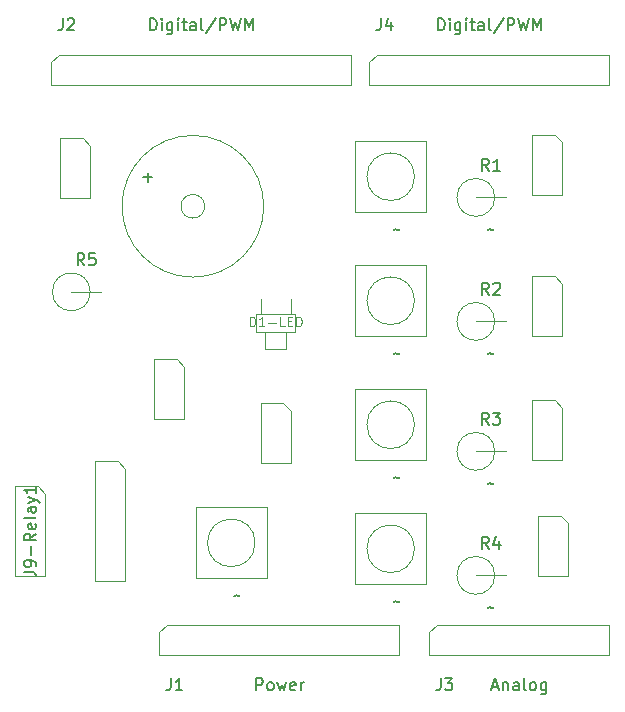
<source format=gbr>
%TF.GenerationSoftware,KiCad,Pcbnew,8.0.8-8.0.8-0~ubuntu24.10.1*%
%TF.CreationDate,2025-03-15T17:44:09-07:00*%
%TF.ProjectId,sailingRegattaTimer,7361696c-696e-4675-9265-676174746154,rev?*%
%TF.SameCoordinates,Original*%
%TF.FileFunction,AssemblyDrawing,Top*%
%FSLAX46Y46*%
G04 Gerber Fmt 4.6, Leading zero omitted, Abs format (unit mm)*
G04 Created by KiCad (PCBNEW 8.0.8-8.0.8-0~ubuntu24.10.1) date 2025-03-15 17:44:09*
%MOMM*%
%LPD*%
G01*
G04 APERTURE LIST*
%ADD10C,0.120000*%
%ADD11C,0.150000*%
%ADD12C,0.100000*%
G04 APERTURE END LIST*
D10*
X134328571Y-70898855D02*
X134328571Y-70098855D01*
X134328571Y-70098855D02*
X134519047Y-70098855D01*
X134519047Y-70098855D02*
X134633333Y-70136950D01*
X134633333Y-70136950D02*
X134709523Y-70213140D01*
X134709523Y-70213140D02*
X134747618Y-70289331D01*
X134747618Y-70289331D02*
X134785714Y-70441712D01*
X134785714Y-70441712D02*
X134785714Y-70555998D01*
X134785714Y-70555998D02*
X134747618Y-70708379D01*
X134747618Y-70708379D02*
X134709523Y-70784569D01*
X134709523Y-70784569D02*
X134633333Y-70860760D01*
X134633333Y-70860760D02*
X134519047Y-70898855D01*
X134519047Y-70898855D02*
X134328571Y-70898855D01*
X135547618Y-70898855D02*
X135090475Y-70898855D01*
X135319047Y-70898855D02*
X135319047Y-70098855D01*
X135319047Y-70098855D02*
X135242856Y-70213140D01*
X135242856Y-70213140D02*
X135166666Y-70289331D01*
X135166666Y-70289331D02*
X135090475Y-70327426D01*
X135890476Y-70594093D02*
X136500000Y-70594093D01*
X137261904Y-70898855D02*
X136880952Y-70898855D01*
X136880952Y-70898855D02*
X136880952Y-70098855D01*
X137528571Y-70479807D02*
X137795237Y-70479807D01*
X137909523Y-70898855D02*
X137528571Y-70898855D01*
X137528571Y-70898855D02*
X137528571Y-70098855D01*
X137528571Y-70098855D02*
X137909523Y-70098855D01*
X138252381Y-70898855D02*
X138252381Y-70098855D01*
X138252381Y-70098855D02*
X138442857Y-70098855D01*
X138442857Y-70098855D02*
X138557143Y-70136950D01*
X138557143Y-70136950D02*
X138633333Y-70213140D01*
X138633333Y-70213140D02*
X138671428Y-70289331D01*
X138671428Y-70289331D02*
X138709524Y-70441712D01*
X138709524Y-70441712D02*
X138709524Y-70555998D01*
X138709524Y-70555998D02*
X138671428Y-70708379D01*
X138671428Y-70708379D02*
X138633333Y-70784569D01*
X138633333Y-70784569D02*
X138557143Y-70860760D01*
X138557143Y-70860760D02*
X138442857Y-70898855D01*
X138442857Y-70898855D02*
X138252381Y-70898855D01*
D11*
X134853809Y-101724819D02*
X134853809Y-100724819D01*
X134853809Y-100724819D02*
X135234761Y-100724819D01*
X135234761Y-100724819D02*
X135329999Y-100772438D01*
X135329999Y-100772438D02*
X135377618Y-100820057D01*
X135377618Y-100820057D02*
X135425237Y-100915295D01*
X135425237Y-100915295D02*
X135425237Y-101058152D01*
X135425237Y-101058152D02*
X135377618Y-101153390D01*
X135377618Y-101153390D02*
X135329999Y-101201009D01*
X135329999Y-101201009D02*
X135234761Y-101248628D01*
X135234761Y-101248628D02*
X134853809Y-101248628D01*
X135996666Y-101724819D02*
X135901428Y-101677200D01*
X135901428Y-101677200D02*
X135853809Y-101629580D01*
X135853809Y-101629580D02*
X135806190Y-101534342D01*
X135806190Y-101534342D02*
X135806190Y-101248628D01*
X135806190Y-101248628D02*
X135853809Y-101153390D01*
X135853809Y-101153390D02*
X135901428Y-101105771D01*
X135901428Y-101105771D02*
X135996666Y-101058152D01*
X135996666Y-101058152D02*
X136139523Y-101058152D01*
X136139523Y-101058152D02*
X136234761Y-101105771D01*
X136234761Y-101105771D02*
X136282380Y-101153390D01*
X136282380Y-101153390D02*
X136329999Y-101248628D01*
X136329999Y-101248628D02*
X136329999Y-101534342D01*
X136329999Y-101534342D02*
X136282380Y-101629580D01*
X136282380Y-101629580D02*
X136234761Y-101677200D01*
X136234761Y-101677200D02*
X136139523Y-101724819D01*
X136139523Y-101724819D02*
X135996666Y-101724819D01*
X136663333Y-101058152D02*
X136853809Y-101724819D01*
X136853809Y-101724819D02*
X137044285Y-101248628D01*
X137044285Y-101248628D02*
X137234761Y-101724819D01*
X137234761Y-101724819D02*
X137425237Y-101058152D01*
X138187142Y-101677200D02*
X138091904Y-101724819D01*
X138091904Y-101724819D02*
X137901428Y-101724819D01*
X137901428Y-101724819D02*
X137806190Y-101677200D01*
X137806190Y-101677200D02*
X137758571Y-101581961D01*
X137758571Y-101581961D02*
X137758571Y-101201009D01*
X137758571Y-101201009D02*
X137806190Y-101105771D01*
X137806190Y-101105771D02*
X137901428Y-101058152D01*
X137901428Y-101058152D02*
X138091904Y-101058152D01*
X138091904Y-101058152D02*
X138187142Y-101105771D01*
X138187142Y-101105771D02*
X138234761Y-101201009D01*
X138234761Y-101201009D02*
X138234761Y-101296247D01*
X138234761Y-101296247D02*
X137758571Y-101391485D01*
X138663333Y-101724819D02*
X138663333Y-101058152D01*
X138663333Y-101248628D02*
X138710952Y-101153390D01*
X138710952Y-101153390D02*
X138758571Y-101105771D01*
X138758571Y-101105771D02*
X138853809Y-101058152D01*
X138853809Y-101058152D02*
X138949047Y-101058152D01*
X127606666Y-100724819D02*
X127606666Y-101439104D01*
X127606666Y-101439104D02*
X127559047Y-101581961D01*
X127559047Y-101581961D02*
X127463809Y-101677200D01*
X127463809Y-101677200D02*
X127320952Y-101724819D01*
X127320952Y-101724819D02*
X127225714Y-101724819D01*
X128606666Y-101724819D02*
X128035238Y-101724819D01*
X128320952Y-101724819D02*
X128320952Y-100724819D01*
X128320952Y-100724819D02*
X128225714Y-100867676D01*
X128225714Y-100867676D02*
X128130476Y-100962914D01*
X128130476Y-100962914D02*
X128035238Y-101010533D01*
X154840476Y-101439104D02*
X155316666Y-101439104D01*
X154745238Y-101724819D02*
X155078571Y-100724819D01*
X155078571Y-100724819D02*
X155411904Y-101724819D01*
X155745238Y-101058152D02*
X155745238Y-101724819D01*
X155745238Y-101153390D02*
X155792857Y-101105771D01*
X155792857Y-101105771D02*
X155888095Y-101058152D01*
X155888095Y-101058152D02*
X156030952Y-101058152D01*
X156030952Y-101058152D02*
X156126190Y-101105771D01*
X156126190Y-101105771D02*
X156173809Y-101201009D01*
X156173809Y-101201009D02*
X156173809Y-101724819D01*
X157078571Y-101724819D02*
X157078571Y-101201009D01*
X157078571Y-101201009D02*
X157030952Y-101105771D01*
X157030952Y-101105771D02*
X156935714Y-101058152D01*
X156935714Y-101058152D02*
X156745238Y-101058152D01*
X156745238Y-101058152D02*
X156650000Y-101105771D01*
X157078571Y-101677200D02*
X156983333Y-101724819D01*
X156983333Y-101724819D02*
X156745238Y-101724819D01*
X156745238Y-101724819D02*
X156650000Y-101677200D01*
X156650000Y-101677200D02*
X156602381Y-101581961D01*
X156602381Y-101581961D02*
X156602381Y-101486723D01*
X156602381Y-101486723D02*
X156650000Y-101391485D01*
X156650000Y-101391485D02*
X156745238Y-101343866D01*
X156745238Y-101343866D02*
X156983333Y-101343866D01*
X156983333Y-101343866D02*
X157078571Y-101296247D01*
X157697619Y-101724819D02*
X157602381Y-101677200D01*
X157602381Y-101677200D02*
X157554762Y-101581961D01*
X157554762Y-101581961D02*
X157554762Y-100724819D01*
X158221429Y-101724819D02*
X158126191Y-101677200D01*
X158126191Y-101677200D02*
X158078572Y-101629580D01*
X158078572Y-101629580D02*
X158030953Y-101534342D01*
X158030953Y-101534342D02*
X158030953Y-101248628D01*
X158030953Y-101248628D02*
X158078572Y-101153390D01*
X158078572Y-101153390D02*
X158126191Y-101105771D01*
X158126191Y-101105771D02*
X158221429Y-101058152D01*
X158221429Y-101058152D02*
X158364286Y-101058152D01*
X158364286Y-101058152D02*
X158459524Y-101105771D01*
X158459524Y-101105771D02*
X158507143Y-101153390D01*
X158507143Y-101153390D02*
X158554762Y-101248628D01*
X158554762Y-101248628D02*
X158554762Y-101534342D01*
X158554762Y-101534342D02*
X158507143Y-101629580D01*
X158507143Y-101629580D02*
X158459524Y-101677200D01*
X158459524Y-101677200D02*
X158364286Y-101724819D01*
X158364286Y-101724819D02*
X158221429Y-101724819D01*
X159411905Y-101058152D02*
X159411905Y-101867676D01*
X159411905Y-101867676D02*
X159364286Y-101962914D01*
X159364286Y-101962914D02*
X159316667Y-102010533D01*
X159316667Y-102010533D02*
X159221429Y-102058152D01*
X159221429Y-102058152D02*
X159078572Y-102058152D01*
X159078572Y-102058152D02*
X158983334Y-102010533D01*
X159411905Y-101677200D02*
X159316667Y-101724819D01*
X159316667Y-101724819D02*
X159126191Y-101724819D01*
X159126191Y-101724819D02*
X159030953Y-101677200D01*
X159030953Y-101677200D02*
X158983334Y-101629580D01*
X158983334Y-101629580D02*
X158935715Y-101534342D01*
X158935715Y-101534342D02*
X158935715Y-101248628D01*
X158935715Y-101248628D02*
X158983334Y-101153390D01*
X158983334Y-101153390D02*
X159030953Y-101105771D01*
X159030953Y-101105771D02*
X159126191Y-101058152D01*
X159126191Y-101058152D02*
X159316667Y-101058152D01*
X159316667Y-101058152D02*
X159411905Y-101105771D01*
X150466666Y-100724819D02*
X150466666Y-101439104D01*
X150466666Y-101439104D02*
X150419047Y-101581961D01*
X150419047Y-101581961D02*
X150323809Y-101677200D01*
X150323809Y-101677200D02*
X150180952Y-101724819D01*
X150180952Y-101724819D02*
X150085714Y-101724819D01*
X150847619Y-100724819D02*
X151466666Y-100724819D01*
X151466666Y-100724819D02*
X151133333Y-101105771D01*
X151133333Y-101105771D02*
X151276190Y-101105771D01*
X151276190Y-101105771D02*
X151371428Y-101153390D01*
X151371428Y-101153390D02*
X151419047Y-101201009D01*
X151419047Y-101201009D02*
X151466666Y-101296247D01*
X151466666Y-101296247D02*
X151466666Y-101534342D01*
X151466666Y-101534342D02*
X151419047Y-101629580D01*
X151419047Y-101629580D02*
X151371428Y-101677200D01*
X151371428Y-101677200D02*
X151276190Y-101724819D01*
X151276190Y-101724819D02*
X150990476Y-101724819D01*
X150990476Y-101724819D02*
X150895238Y-101677200D01*
X150895238Y-101677200D02*
X150847619Y-101629580D01*
X125868857Y-45844819D02*
X125868857Y-44844819D01*
X125868857Y-44844819D02*
X126106952Y-44844819D01*
X126106952Y-44844819D02*
X126249809Y-44892438D01*
X126249809Y-44892438D02*
X126345047Y-44987676D01*
X126345047Y-44987676D02*
X126392666Y-45082914D01*
X126392666Y-45082914D02*
X126440285Y-45273390D01*
X126440285Y-45273390D02*
X126440285Y-45416247D01*
X126440285Y-45416247D02*
X126392666Y-45606723D01*
X126392666Y-45606723D02*
X126345047Y-45701961D01*
X126345047Y-45701961D02*
X126249809Y-45797200D01*
X126249809Y-45797200D02*
X126106952Y-45844819D01*
X126106952Y-45844819D02*
X125868857Y-45844819D01*
X126868857Y-45844819D02*
X126868857Y-45178152D01*
X126868857Y-44844819D02*
X126821238Y-44892438D01*
X126821238Y-44892438D02*
X126868857Y-44940057D01*
X126868857Y-44940057D02*
X126916476Y-44892438D01*
X126916476Y-44892438D02*
X126868857Y-44844819D01*
X126868857Y-44844819D02*
X126868857Y-44940057D01*
X127773618Y-45178152D02*
X127773618Y-45987676D01*
X127773618Y-45987676D02*
X127725999Y-46082914D01*
X127725999Y-46082914D02*
X127678380Y-46130533D01*
X127678380Y-46130533D02*
X127583142Y-46178152D01*
X127583142Y-46178152D02*
X127440285Y-46178152D01*
X127440285Y-46178152D02*
X127345047Y-46130533D01*
X127773618Y-45797200D02*
X127678380Y-45844819D01*
X127678380Y-45844819D02*
X127487904Y-45844819D01*
X127487904Y-45844819D02*
X127392666Y-45797200D01*
X127392666Y-45797200D02*
X127345047Y-45749580D01*
X127345047Y-45749580D02*
X127297428Y-45654342D01*
X127297428Y-45654342D02*
X127297428Y-45368628D01*
X127297428Y-45368628D02*
X127345047Y-45273390D01*
X127345047Y-45273390D02*
X127392666Y-45225771D01*
X127392666Y-45225771D02*
X127487904Y-45178152D01*
X127487904Y-45178152D02*
X127678380Y-45178152D01*
X127678380Y-45178152D02*
X127773618Y-45225771D01*
X128249809Y-45844819D02*
X128249809Y-45178152D01*
X128249809Y-44844819D02*
X128202190Y-44892438D01*
X128202190Y-44892438D02*
X128249809Y-44940057D01*
X128249809Y-44940057D02*
X128297428Y-44892438D01*
X128297428Y-44892438D02*
X128249809Y-44844819D01*
X128249809Y-44844819D02*
X128249809Y-44940057D01*
X128583142Y-45178152D02*
X128964094Y-45178152D01*
X128725999Y-44844819D02*
X128725999Y-45701961D01*
X128725999Y-45701961D02*
X128773618Y-45797200D01*
X128773618Y-45797200D02*
X128868856Y-45844819D01*
X128868856Y-45844819D02*
X128964094Y-45844819D01*
X129725999Y-45844819D02*
X129725999Y-45321009D01*
X129725999Y-45321009D02*
X129678380Y-45225771D01*
X129678380Y-45225771D02*
X129583142Y-45178152D01*
X129583142Y-45178152D02*
X129392666Y-45178152D01*
X129392666Y-45178152D02*
X129297428Y-45225771D01*
X129725999Y-45797200D02*
X129630761Y-45844819D01*
X129630761Y-45844819D02*
X129392666Y-45844819D01*
X129392666Y-45844819D02*
X129297428Y-45797200D01*
X129297428Y-45797200D02*
X129249809Y-45701961D01*
X129249809Y-45701961D02*
X129249809Y-45606723D01*
X129249809Y-45606723D02*
X129297428Y-45511485D01*
X129297428Y-45511485D02*
X129392666Y-45463866D01*
X129392666Y-45463866D02*
X129630761Y-45463866D01*
X129630761Y-45463866D02*
X129725999Y-45416247D01*
X130345047Y-45844819D02*
X130249809Y-45797200D01*
X130249809Y-45797200D02*
X130202190Y-45701961D01*
X130202190Y-45701961D02*
X130202190Y-44844819D01*
X131440285Y-44797200D02*
X130583143Y-46082914D01*
X131773619Y-45844819D02*
X131773619Y-44844819D01*
X131773619Y-44844819D02*
X132154571Y-44844819D01*
X132154571Y-44844819D02*
X132249809Y-44892438D01*
X132249809Y-44892438D02*
X132297428Y-44940057D01*
X132297428Y-44940057D02*
X132345047Y-45035295D01*
X132345047Y-45035295D02*
X132345047Y-45178152D01*
X132345047Y-45178152D02*
X132297428Y-45273390D01*
X132297428Y-45273390D02*
X132249809Y-45321009D01*
X132249809Y-45321009D02*
X132154571Y-45368628D01*
X132154571Y-45368628D02*
X131773619Y-45368628D01*
X132678381Y-44844819D02*
X132916476Y-45844819D01*
X132916476Y-45844819D02*
X133106952Y-45130533D01*
X133106952Y-45130533D02*
X133297428Y-45844819D01*
X133297428Y-45844819D02*
X133535524Y-44844819D01*
X133916476Y-45844819D02*
X133916476Y-44844819D01*
X133916476Y-44844819D02*
X134249809Y-45559104D01*
X134249809Y-45559104D02*
X134583142Y-44844819D01*
X134583142Y-44844819D02*
X134583142Y-45844819D01*
X118462666Y-44844819D02*
X118462666Y-45559104D01*
X118462666Y-45559104D02*
X118415047Y-45701961D01*
X118415047Y-45701961D02*
X118319809Y-45797200D01*
X118319809Y-45797200D02*
X118176952Y-45844819D01*
X118176952Y-45844819D02*
X118081714Y-45844819D01*
X118891238Y-44940057D02*
X118938857Y-44892438D01*
X118938857Y-44892438D02*
X119034095Y-44844819D01*
X119034095Y-44844819D02*
X119272190Y-44844819D01*
X119272190Y-44844819D02*
X119367428Y-44892438D01*
X119367428Y-44892438D02*
X119415047Y-44940057D01*
X119415047Y-44940057D02*
X119462666Y-45035295D01*
X119462666Y-45035295D02*
X119462666Y-45130533D01*
X119462666Y-45130533D02*
X119415047Y-45273390D01*
X119415047Y-45273390D02*
X118843619Y-45844819D01*
X118843619Y-45844819D02*
X119462666Y-45844819D01*
X150252857Y-45844819D02*
X150252857Y-44844819D01*
X150252857Y-44844819D02*
X150490952Y-44844819D01*
X150490952Y-44844819D02*
X150633809Y-44892438D01*
X150633809Y-44892438D02*
X150729047Y-44987676D01*
X150729047Y-44987676D02*
X150776666Y-45082914D01*
X150776666Y-45082914D02*
X150824285Y-45273390D01*
X150824285Y-45273390D02*
X150824285Y-45416247D01*
X150824285Y-45416247D02*
X150776666Y-45606723D01*
X150776666Y-45606723D02*
X150729047Y-45701961D01*
X150729047Y-45701961D02*
X150633809Y-45797200D01*
X150633809Y-45797200D02*
X150490952Y-45844819D01*
X150490952Y-45844819D02*
X150252857Y-45844819D01*
X151252857Y-45844819D02*
X151252857Y-45178152D01*
X151252857Y-44844819D02*
X151205238Y-44892438D01*
X151205238Y-44892438D02*
X151252857Y-44940057D01*
X151252857Y-44940057D02*
X151300476Y-44892438D01*
X151300476Y-44892438D02*
X151252857Y-44844819D01*
X151252857Y-44844819D02*
X151252857Y-44940057D01*
X152157618Y-45178152D02*
X152157618Y-45987676D01*
X152157618Y-45987676D02*
X152109999Y-46082914D01*
X152109999Y-46082914D02*
X152062380Y-46130533D01*
X152062380Y-46130533D02*
X151967142Y-46178152D01*
X151967142Y-46178152D02*
X151824285Y-46178152D01*
X151824285Y-46178152D02*
X151729047Y-46130533D01*
X152157618Y-45797200D02*
X152062380Y-45844819D01*
X152062380Y-45844819D02*
X151871904Y-45844819D01*
X151871904Y-45844819D02*
X151776666Y-45797200D01*
X151776666Y-45797200D02*
X151729047Y-45749580D01*
X151729047Y-45749580D02*
X151681428Y-45654342D01*
X151681428Y-45654342D02*
X151681428Y-45368628D01*
X151681428Y-45368628D02*
X151729047Y-45273390D01*
X151729047Y-45273390D02*
X151776666Y-45225771D01*
X151776666Y-45225771D02*
X151871904Y-45178152D01*
X151871904Y-45178152D02*
X152062380Y-45178152D01*
X152062380Y-45178152D02*
X152157618Y-45225771D01*
X152633809Y-45844819D02*
X152633809Y-45178152D01*
X152633809Y-44844819D02*
X152586190Y-44892438D01*
X152586190Y-44892438D02*
X152633809Y-44940057D01*
X152633809Y-44940057D02*
X152681428Y-44892438D01*
X152681428Y-44892438D02*
X152633809Y-44844819D01*
X152633809Y-44844819D02*
X152633809Y-44940057D01*
X152967142Y-45178152D02*
X153348094Y-45178152D01*
X153109999Y-44844819D02*
X153109999Y-45701961D01*
X153109999Y-45701961D02*
X153157618Y-45797200D01*
X153157618Y-45797200D02*
X153252856Y-45844819D01*
X153252856Y-45844819D02*
X153348094Y-45844819D01*
X154109999Y-45844819D02*
X154109999Y-45321009D01*
X154109999Y-45321009D02*
X154062380Y-45225771D01*
X154062380Y-45225771D02*
X153967142Y-45178152D01*
X153967142Y-45178152D02*
X153776666Y-45178152D01*
X153776666Y-45178152D02*
X153681428Y-45225771D01*
X154109999Y-45797200D02*
X154014761Y-45844819D01*
X154014761Y-45844819D02*
X153776666Y-45844819D01*
X153776666Y-45844819D02*
X153681428Y-45797200D01*
X153681428Y-45797200D02*
X153633809Y-45701961D01*
X153633809Y-45701961D02*
X153633809Y-45606723D01*
X153633809Y-45606723D02*
X153681428Y-45511485D01*
X153681428Y-45511485D02*
X153776666Y-45463866D01*
X153776666Y-45463866D02*
X154014761Y-45463866D01*
X154014761Y-45463866D02*
X154109999Y-45416247D01*
X154729047Y-45844819D02*
X154633809Y-45797200D01*
X154633809Y-45797200D02*
X154586190Y-45701961D01*
X154586190Y-45701961D02*
X154586190Y-44844819D01*
X155824285Y-44797200D02*
X154967143Y-46082914D01*
X156157619Y-45844819D02*
X156157619Y-44844819D01*
X156157619Y-44844819D02*
X156538571Y-44844819D01*
X156538571Y-44844819D02*
X156633809Y-44892438D01*
X156633809Y-44892438D02*
X156681428Y-44940057D01*
X156681428Y-44940057D02*
X156729047Y-45035295D01*
X156729047Y-45035295D02*
X156729047Y-45178152D01*
X156729047Y-45178152D02*
X156681428Y-45273390D01*
X156681428Y-45273390D02*
X156633809Y-45321009D01*
X156633809Y-45321009D02*
X156538571Y-45368628D01*
X156538571Y-45368628D02*
X156157619Y-45368628D01*
X157062381Y-44844819D02*
X157300476Y-45844819D01*
X157300476Y-45844819D02*
X157490952Y-45130533D01*
X157490952Y-45130533D02*
X157681428Y-45844819D01*
X157681428Y-45844819D02*
X157919524Y-44844819D01*
X158300476Y-45844819D02*
X158300476Y-44844819D01*
X158300476Y-44844819D02*
X158633809Y-45559104D01*
X158633809Y-45559104D02*
X158967142Y-44844819D01*
X158967142Y-44844819D02*
X158967142Y-45844819D01*
X145386666Y-44844819D02*
X145386666Y-45559104D01*
X145386666Y-45559104D02*
X145339047Y-45701961D01*
X145339047Y-45701961D02*
X145243809Y-45797200D01*
X145243809Y-45797200D02*
X145100952Y-45844819D01*
X145100952Y-45844819D02*
X145005714Y-45844819D01*
X146291428Y-45178152D02*
X146291428Y-45844819D01*
X146053333Y-44797200D02*
X145815238Y-45511485D01*
X145815238Y-45511485D02*
X146434285Y-45511485D01*
X125309048Y-58283866D02*
X126070953Y-58283866D01*
X125690000Y-58664819D02*
X125690000Y-57902914D01*
X132988095Y-93773866D02*
X133035714Y-93726247D01*
X133035714Y-93726247D02*
X133130952Y-93678628D01*
X133130952Y-93678628D02*
X133321428Y-93773866D01*
X133321428Y-93773866D02*
X133416666Y-93726247D01*
X133416666Y-93726247D02*
X133464285Y-93678628D01*
X146488095Y-83773866D02*
X146535714Y-83726247D01*
X146535714Y-83726247D02*
X146630952Y-83678628D01*
X146630952Y-83678628D02*
X146821428Y-83773866D01*
X146821428Y-83773866D02*
X146916666Y-83726247D01*
X146916666Y-83726247D02*
X146964285Y-83678628D01*
X146488095Y-73273866D02*
X146535714Y-73226247D01*
X146535714Y-73226247D02*
X146630952Y-73178628D01*
X146630952Y-73178628D02*
X146821428Y-73273866D01*
X146821428Y-73273866D02*
X146916666Y-73226247D01*
X146916666Y-73226247D02*
X146964285Y-73178628D01*
X146488095Y-62773866D02*
X146535714Y-62726247D01*
X146535714Y-62726247D02*
X146630952Y-62678628D01*
X146630952Y-62678628D02*
X146821428Y-62773866D01*
X146821428Y-62773866D02*
X146916666Y-62726247D01*
X146916666Y-62726247D02*
X146964285Y-62678628D01*
X146488095Y-94273866D02*
X146535714Y-94226247D01*
X146535714Y-94226247D02*
X146630952Y-94178628D01*
X146630952Y-94178628D02*
X146821428Y-94273866D01*
X146821428Y-94273866D02*
X146916666Y-94226247D01*
X146916666Y-94226247D02*
X146964285Y-94178628D01*
X120313333Y-65734819D02*
X119980000Y-65258628D01*
X119741905Y-65734819D02*
X119741905Y-64734819D01*
X119741905Y-64734819D02*
X120122857Y-64734819D01*
X120122857Y-64734819D02*
X120218095Y-64782438D01*
X120218095Y-64782438D02*
X120265714Y-64830057D01*
X120265714Y-64830057D02*
X120313333Y-64925295D01*
X120313333Y-64925295D02*
X120313333Y-65068152D01*
X120313333Y-65068152D02*
X120265714Y-65163390D01*
X120265714Y-65163390D02*
X120218095Y-65211009D01*
X120218095Y-65211009D02*
X120122857Y-65258628D01*
X120122857Y-65258628D02*
X119741905Y-65258628D01*
X121218095Y-64734819D02*
X120741905Y-64734819D01*
X120741905Y-64734819D02*
X120694286Y-65211009D01*
X120694286Y-65211009D02*
X120741905Y-65163390D01*
X120741905Y-65163390D02*
X120837143Y-65115771D01*
X120837143Y-65115771D02*
X121075238Y-65115771D01*
X121075238Y-65115771D02*
X121170476Y-65163390D01*
X121170476Y-65163390D02*
X121218095Y-65211009D01*
X121218095Y-65211009D02*
X121265714Y-65306247D01*
X121265714Y-65306247D02*
X121265714Y-65544342D01*
X121265714Y-65544342D02*
X121218095Y-65639580D01*
X121218095Y-65639580D02*
X121170476Y-65687200D01*
X121170476Y-65687200D02*
X121075238Y-65734819D01*
X121075238Y-65734819D02*
X120837143Y-65734819D01*
X120837143Y-65734819D02*
X120741905Y-65687200D01*
X120741905Y-65687200D02*
X120694286Y-65639580D01*
X154463095Y-73293866D02*
X154510714Y-73246247D01*
X154510714Y-73246247D02*
X154605952Y-73198628D01*
X154605952Y-73198628D02*
X154796428Y-73293866D01*
X154796428Y-73293866D02*
X154891666Y-73246247D01*
X154891666Y-73246247D02*
X154939285Y-73198628D01*
X154558333Y-68234819D02*
X154225000Y-67758628D01*
X153986905Y-68234819D02*
X153986905Y-67234819D01*
X153986905Y-67234819D02*
X154367857Y-67234819D01*
X154367857Y-67234819D02*
X154463095Y-67282438D01*
X154463095Y-67282438D02*
X154510714Y-67330057D01*
X154510714Y-67330057D02*
X154558333Y-67425295D01*
X154558333Y-67425295D02*
X154558333Y-67568152D01*
X154558333Y-67568152D02*
X154510714Y-67663390D01*
X154510714Y-67663390D02*
X154463095Y-67711009D01*
X154463095Y-67711009D02*
X154367857Y-67758628D01*
X154367857Y-67758628D02*
X153986905Y-67758628D01*
X154939286Y-67330057D02*
X154986905Y-67282438D01*
X154986905Y-67282438D02*
X155082143Y-67234819D01*
X155082143Y-67234819D02*
X155320238Y-67234819D01*
X155320238Y-67234819D02*
X155415476Y-67282438D01*
X155415476Y-67282438D02*
X155463095Y-67330057D01*
X155463095Y-67330057D02*
X155510714Y-67425295D01*
X155510714Y-67425295D02*
X155510714Y-67520533D01*
X155510714Y-67520533D02*
X155463095Y-67663390D01*
X155463095Y-67663390D02*
X154891667Y-68234819D01*
X154891667Y-68234819D02*
X155510714Y-68234819D01*
X154463095Y-62793866D02*
X154510714Y-62746247D01*
X154510714Y-62746247D02*
X154605952Y-62698628D01*
X154605952Y-62698628D02*
X154796428Y-62793866D01*
X154796428Y-62793866D02*
X154891666Y-62746247D01*
X154891666Y-62746247D02*
X154939285Y-62698628D01*
X154558333Y-57734819D02*
X154225000Y-57258628D01*
X153986905Y-57734819D02*
X153986905Y-56734819D01*
X153986905Y-56734819D02*
X154367857Y-56734819D01*
X154367857Y-56734819D02*
X154463095Y-56782438D01*
X154463095Y-56782438D02*
X154510714Y-56830057D01*
X154510714Y-56830057D02*
X154558333Y-56925295D01*
X154558333Y-56925295D02*
X154558333Y-57068152D01*
X154558333Y-57068152D02*
X154510714Y-57163390D01*
X154510714Y-57163390D02*
X154463095Y-57211009D01*
X154463095Y-57211009D02*
X154367857Y-57258628D01*
X154367857Y-57258628D02*
X153986905Y-57258628D01*
X155510714Y-57734819D02*
X154939286Y-57734819D01*
X155225000Y-57734819D02*
X155225000Y-56734819D01*
X155225000Y-56734819D02*
X155129762Y-56877676D01*
X155129762Y-56877676D02*
X155034524Y-56972914D01*
X155034524Y-56972914D02*
X154939286Y-57020533D01*
X115204819Y-91702381D02*
X115919104Y-91702381D01*
X115919104Y-91702381D02*
X116061961Y-91750000D01*
X116061961Y-91750000D02*
X116157200Y-91845238D01*
X116157200Y-91845238D02*
X116204819Y-91988095D01*
X116204819Y-91988095D02*
X116204819Y-92083333D01*
X116204819Y-91178571D02*
X116204819Y-90988095D01*
X116204819Y-90988095D02*
X116157200Y-90892857D01*
X116157200Y-90892857D02*
X116109580Y-90845238D01*
X116109580Y-90845238D02*
X115966723Y-90750000D01*
X115966723Y-90750000D02*
X115776247Y-90702381D01*
X115776247Y-90702381D02*
X115395295Y-90702381D01*
X115395295Y-90702381D02*
X115300057Y-90750000D01*
X115300057Y-90750000D02*
X115252438Y-90797619D01*
X115252438Y-90797619D02*
X115204819Y-90892857D01*
X115204819Y-90892857D02*
X115204819Y-91083333D01*
X115204819Y-91083333D02*
X115252438Y-91178571D01*
X115252438Y-91178571D02*
X115300057Y-91226190D01*
X115300057Y-91226190D02*
X115395295Y-91273809D01*
X115395295Y-91273809D02*
X115633390Y-91273809D01*
X115633390Y-91273809D02*
X115728628Y-91226190D01*
X115728628Y-91226190D02*
X115776247Y-91178571D01*
X115776247Y-91178571D02*
X115823866Y-91083333D01*
X115823866Y-91083333D02*
X115823866Y-90892857D01*
X115823866Y-90892857D02*
X115776247Y-90797619D01*
X115776247Y-90797619D02*
X115728628Y-90750000D01*
X115728628Y-90750000D02*
X115633390Y-90702381D01*
X115823866Y-90273809D02*
X115823866Y-89511905D01*
X116204819Y-88464286D02*
X115728628Y-88797619D01*
X116204819Y-89035714D02*
X115204819Y-89035714D01*
X115204819Y-89035714D02*
X115204819Y-88654762D01*
X115204819Y-88654762D02*
X115252438Y-88559524D01*
X115252438Y-88559524D02*
X115300057Y-88511905D01*
X115300057Y-88511905D02*
X115395295Y-88464286D01*
X115395295Y-88464286D02*
X115538152Y-88464286D01*
X115538152Y-88464286D02*
X115633390Y-88511905D01*
X115633390Y-88511905D02*
X115681009Y-88559524D01*
X115681009Y-88559524D02*
X115728628Y-88654762D01*
X115728628Y-88654762D02*
X115728628Y-89035714D01*
X116157200Y-87654762D02*
X116204819Y-87750000D01*
X116204819Y-87750000D02*
X116204819Y-87940476D01*
X116204819Y-87940476D02*
X116157200Y-88035714D01*
X116157200Y-88035714D02*
X116061961Y-88083333D01*
X116061961Y-88083333D02*
X115681009Y-88083333D01*
X115681009Y-88083333D02*
X115585771Y-88035714D01*
X115585771Y-88035714D02*
X115538152Y-87940476D01*
X115538152Y-87940476D02*
X115538152Y-87750000D01*
X115538152Y-87750000D02*
X115585771Y-87654762D01*
X115585771Y-87654762D02*
X115681009Y-87607143D01*
X115681009Y-87607143D02*
X115776247Y-87607143D01*
X115776247Y-87607143D02*
X115871485Y-88083333D01*
X116204819Y-87035714D02*
X116157200Y-87130952D01*
X116157200Y-87130952D02*
X116061961Y-87178571D01*
X116061961Y-87178571D02*
X115204819Y-87178571D01*
X116204819Y-86226190D02*
X115681009Y-86226190D01*
X115681009Y-86226190D02*
X115585771Y-86273809D01*
X115585771Y-86273809D02*
X115538152Y-86369047D01*
X115538152Y-86369047D02*
X115538152Y-86559523D01*
X115538152Y-86559523D02*
X115585771Y-86654761D01*
X116157200Y-86226190D02*
X116204819Y-86321428D01*
X116204819Y-86321428D02*
X116204819Y-86559523D01*
X116204819Y-86559523D02*
X116157200Y-86654761D01*
X116157200Y-86654761D02*
X116061961Y-86702380D01*
X116061961Y-86702380D02*
X115966723Y-86702380D01*
X115966723Y-86702380D02*
X115871485Y-86654761D01*
X115871485Y-86654761D02*
X115823866Y-86559523D01*
X115823866Y-86559523D02*
X115823866Y-86321428D01*
X115823866Y-86321428D02*
X115776247Y-86226190D01*
X115538152Y-85845237D02*
X116204819Y-85607142D01*
X115538152Y-85369047D02*
X116204819Y-85607142D01*
X116204819Y-85607142D02*
X116442914Y-85702380D01*
X116442914Y-85702380D02*
X116490533Y-85749999D01*
X116490533Y-85749999D02*
X116538152Y-85845237D01*
X116204819Y-84464285D02*
X116204819Y-85035713D01*
X116204819Y-84749999D02*
X115204819Y-84749999D01*
X115204819Y-84749999D02*
X115347676Y-84845237D01*
X115347676Y-84845237D02*
X115442914Y-84940475D01*
X115442914Y-84940475D02*
X115490533Y-85035713D01*
X154463095Y-84293866D02*
X154510714Y-84246247D01*
X154510714Y-84246247D02*
X154605952Y-84198628D01*
X154605952Y-84198628D02*
X154796428Y-84293866D01*
X154796428Y-84293866D02*
X154891666Y-84246247D01*
X154891666Y-84246247D02*
X154939285Y-84198628D01*
X154558333Y-79234819D02*
X154225000Y-78758628D01*
X153986905Y-79234819D02*
X153986905Y-78234819D01*
X153986905Y-78234819D02*
X154367857Y-78234819D01*
X154367857Y-78234819D02*
X154463095Y-78282438D01*
X154463095Y-78282438D02*
X154510714Y-78330057D01*
X154510714Y-78330057D02*
X154558333Y-78425295D01*
X154558333Y-78425295D02*
X154558333Y-78568152D01*
X154558333Y-78568152D02*
X154510714Y-78663390D01*
X154510714Y-78663390D02*
X154463095Y-78711009D01*
X154463095Y-78711009D02*
X154367857Y-78758628D01*
X154367857Y-78758628D02*
X153986905Y-78758628D01*
X154891667Y-78234819D02*
X155510714Y-78234819D01*
X155510714Y-78234819D02*
X155177381Y-78615771D01*
X155177381Y-78615771D02*
X155320238Y-78615771D01*
X155320238Y-78615771D02*
X155415476Y-78663390D01*
X155415476Y-78663390D02*
X155463095Y-78711009D01*
X155463095Y-78711009D02*
X155510714Y-78806247D01*
X155510714Y-78806247D02*
X155510714Y-79044342D01*
X155510714Y-79044342D02*
X155463095Y-79139580D01*
X155463095Y-79139580D02*
X155415476Y-79187200D01*
X155415476Y-79187200D02*
X155320238Y-79234819D01*
X155320238Y-79234819D02*
X155034524Y-79234819D01*
X155034524Y-79234819D02*
X154939286Y-79187200D01*
X154939286Y-79187200D02*
X154891667Y-79139580D01*
X154463095Y-94793866D02*
X154510714Y-94746247D01*
X154510714Y-94746247D02*
X154605952Y-94698628D01*
X154605952Y-94698628D02*
X154796428Y-94793866D01*
X154796428Y-94793866D02*
X154891666Y-94746247D01*
X154891666Y-94746247D02*
X154939285Y-94698628D01*
X154558333Y-89734819D02*
X154225000Y-89258628D01*
X153986905Y-89734819D02*
X153986905Y-88734819D01*
X153986905Y-88734819D02*
X154367857Y-88734819D01*
X154367857Y-88734819D02*
X154463095Y-88782438D01*
X154463095Y-88782438D02*
X154510714Y-88830057D01*
X154510714Y-88830057D02*
X154558333Y-88925295D01*
X154558333Y-88925295D02*
X154558333Y-89068152D01*
X154558333Y-89068152D02*
X154510714Y-89163390D01*
X154510714Y-89163390D02*
X154463095Y-89211009D01*
X154463095Y-89211009D02*
X154367857Y-89258628D01*
X154367857Y-89258628D02*
X153986905Y-89258628D01*
X155415476Y-89068152D02*
X155415476Y-89734819D01*
X155177381Y-88687200D02*
X154939286Y-89401485D01*
X154939286Y-89401485D02*
X155558333Y-89401485D01*
D12*
%TO.C,D1-LED*%
X134850000Y-69835000D02*
X134850000Y-71435000D01*
X134850000Y-71435000D02*
X138150000Y-71435000D01*
X135230000Y-68565000D02*
X135230000Y-68565000D01*
X135230000Y-68565000D02*
X135230000Y-69835000D01*
X135230000Y-69835000D02*
X135230000Y-68565000D01*
X135230000Y-69835000D02*
X135230000Y-69835000D01*
X135600000Y-71435000D02*
X135600000Y-72835000D01*
X135600000Y-72835000D02*
X137400000Y-72835000D01*
X137400000Y-71435000D02*
X135600000Y-71435000D01*
X137400000Y-72835000D02*
X137400000Y-71435000D01*
X137770000Y-68565000D02*
X137770000Y-68565000D01*
X137770000Y-68565000D02*
X137770000Y-69835000D01*
X137770000Y-69835000D02*
X137770000Y-68565000D01*
X137770000Y-69835000D02*
X137770000Y-69835000D01*
X138150000Y-69835000D02*
X134850000Y-69835000D01*
X138150000Y-71435000D02*
X138150000Y-69835000D01*
%TO.C,J1*%
X126670000Y-96825000D02*
X127305000Y-96190000D01*
X126670000Y-98730000D02*
X126670000Y-96825000D01*
X127305000Y-96190000D02*
X146990000Y-96190000D01*
X146990000Y-96190000D02*
X146990000Y-98730000D01*
X146990000Y-98730000D02*
X126670000Y-98730000D01*
%TO.C,J3*%
X149530000Y-96825000D02*
X150165000Y-96190000D01*
X149530000Y-98730000D02*
X149530000Y-96825000D01*
X150165000Y-96190000D02*
X164770000Y-96190000D01*
X164770000Y-96190000D02*
X164770000Y-98730000D01*
X164770000Y-98730000D02*
X149530000Y-98730000D01*
%TO.C,J2*%
X117526000Y-48565000D02*
X118161000Y-47930000D01*
X117526000Y-50470000D02*
X117526000Y-48565000D01*
X118161000Y-47930000D02*
X142926000Y-47930000D01*
X142926000Y-47930000D02*
X142926000Y-50470000D01*
X142926000Y-50470000D02*
X117526000Y-50470000D01*
%TO.C,J4*%
X144450000Y-48565000D02*
X145085000Y-47930000D01*
X144450000Y-50470000D02*
X144450000Y-48565000D01*
X145085000Y-47930000D02*
X164770000Y-47930000D01*
X164770000Y-47930000D02*
X164770000Y-50470000D01*
X164770000Y-50470000D02*
X144450000Y-50470000D01*
%TO.C,J5-5v-LED1*%
X126230000Y-73690000D02*
X128135000Y-73690000D01*
X126230000Y-78770000D02*
X126230000Y-73690000D01*
X128135000Y-73690000D02*
X128770000Y-74325000D01*
X128770000Y-74325000D02*
X128770000Y-78770000D01*
X128770000Y-78770000D02*
X126230000Y-78770000D01*
%TO.C,BZ1*%
X130500000Y-60750000D02*
G75*
G02*
X128500000Y-60750000I-1000000J0D01*
G01*
X128500000Y-60750000D02*
G75*
G02*
X130500000Y-60750000I1000000J0D01*
G01*
X135500000Y-60750000D02*
G75*
G02*
X123500000Y-60750000I-6000000J0D01*
G01*
X123500000Y-60750000D02*
G75*
G02*
X135500000Y-60750000I6000000J0D01*
G01*
%TO.C,SW5-Reset1*%
X129750000Y-86250000D02*
X132750000Y-86250000D01*
X129750000Y-92250000D02*
X129750000Y-86250000D01*
X132750000Y-86250000D02*
X135750000Y-86250000D01*
X135750000Y-86250000D02*
X135750000Y-92250000D01*
X135750000Y-92250000D02*
X129750000Y-92250000D01*
X134765564Y-89250000D02*
G75*
G02*
X130734436Y-89250000I-2015564J0D01*
G01*
X130734436Y-89250000D02*
G75*
G02*
X134765564Y-89250000I2015564J0D01*
G01*
%TO.C,SW3-Grn-3M1*%
X143250000Y-76250000D02*
X146250000Y-76250000D01*
X143250000Y-82250000D02*
X143250000Y-76250000D01*
X146250000Y-76250000D02*
X149250000Y-76250000D01*
X149250000Y-76250000D02*
X149250000Y-82250000D01*
X149250000Y-82250000D02*
X143250000Y-82250000D01*
X148265564Y-79250000D02*
G75*
G02*
X144234436Y-79250000I-2015564J0D01*
G01*
X144234436Y-79250000D02*
G75*
G02*
X148265564Y-79250000I2015564J0D01*
G01*
%TO.C,SW2-Yel-2M1*%
X143250000Y-65750000D02*
X146250000Y-65750000D01*
X143250000Y-71750000D02*
X143250000Y-65750000D01*
X146250000Y-65750000D02*
X149250000Y-65750000D01*
X149250000Y-65750000D02*
X149250000Y-71750000D01*
X149250000Y-71750000D02*
X143250000Y-71750000D01*
X148265564Y-68750000D02*
G75*
G02*
X144234436Y-68750000I-2015564J0D01*
G01*
X144234436Y-68750000D02*
G75*
G02*
X148265564Y-68750000I2015564J0D01*
G01*
%TO.C,J7-Ext-Buz1*%
X118255000Y-54980000D02*
X120160000Y-54980000D01*
X118255000Y-60060000D02*
X118255000Y-54980000D01*
X120160000Y-54980000D02*
X120795000Y-55615000D01*
X120795000Y-55615000D02*
X120795000Y-60060000D01*
X120795000Y-60060000D02*
X118255000Y-60060000D01*
%TO.C,SW1-Red-1M1*%
X143250000Y-55250000D02*
X146250000Y-55250000D01*
X143250000Y-61250000D02*
X143250000Y-55250000D01*
X146250000Y-55250000D02*
X149250000Y-55250000D01*
X149250000Y-55250000D02*
X149250000Y-61250000D01*
X149250000Y-61250000D02*
X143250000Y-61250000D01*
X148265564Y-58250000D02*
G75*
G02*
X144234436Y-58250000I-2015564J0D01*
G01*
X144234436Y-58250000D02*
G75*
G02*
X148265564Y-58250000I2015564J0D01*
G01*
%TO.C,J3-Grn-3M1*%
X158230000Y-77190000D02*
X160135000Y-77190000D01*
X158230000Y-82270000D02*
X158230000Y-77190000D01*
X160135000Y-77190000D02*
X160770000Y-77825000D01*
X160770000Y-77825000D02*
X160770000Y-82270000D01*
X160770000Y-82270000D02*
X158230000Y-82270000D01*
%TO.C,SW4-Blu-5M1*%
X143250000Y-86750000D02*
X146250000Y-86750000D01*
X143250000Y-92750000D02*
X143250000Y-86750000D01*
X146250000Y-86750000D02*
X149250000Y-86750000D01*
X149250000Y-86750000D02*
X149250000Y-92750000D01*
X149250000Y-92750000D02*
X143250000Y-92750000D01*
X148265564Y-89750000D02*
G75*
G02*
X144234436Y-89750000I-2015564J0D01*
G01*
X144234436Y-89750000D02*
G75*
G02*
X148265564Y-89750000I2015564J0D01*
G01*
%TO.C,R5*%
X119210000Y-68000000D02*
X121750000Y-68000000D01*
X120810000Y-68000000D02*
G75*
G02*
X117610000Y-68000000I-1600000J0D01*
G01*
X117610000Y-68000000D02*
G75*
G02*
X120810000Y-68000000I1600000J0D01*
G01*
%TO.C,R2*%
X153455000Y-70500000D02*
X155995000Y-70500000D01*
X155055000Y-70500000D02*
G75*
G02*
X151855000Y-70500000I-1600000J0D01*
G01*
X151855000Y-70500000D02*
G75*
G02*
X155055000Y-70500000I1600000J0D01*
G01*
%TO.C,J1-Red-1M1*%
X158230000Y-54690000D02*
X160135000Y-54690000D01*
X158230000Y-59770000D02*
X158230000Y-54690000D01*
X160135000Y-54690000D02*
X160770000Y-55325000D01*
X160770000Y-55325000D02*
X160770000Y-59770000D01*
X160770000Y-59770000D02*
X158230000Y-59770000D01*
%TO.C,J8-Pololu-VReg1*%
X121230000Y-82360000D02*
X123135000Y-82360000D01*
X121230000Y-92520000D02*
X121230000Y-82360000D01*
X123135000Y-82360000D02*
X123770000Y-82995000D01*
X123770000Y-82995000D02*
X123770000Y-92520000D01*
X123770000Y-92520000D02*
X121230000Y-92520000D01*
%TO.C,J6-Reset1*%
X135230000Y-77440000D02*
X137135000Y-77440000D01*
X135230000Y-82520000D02*
X135230000Y-77440000D01*
X137135000Y-77440000D02*
X137770000Y-78075000D01*
X137770000Y-78075000D02*
X137770000Y-82520000D01*
X137770000Y-82520000D02*
X135230000Y-82520000D01*
%TO.C,R1*%
X153455000Y-60000000D02*
X155995000Y-60000000D01*
X155055000Y-60000000D02*
G75*
G02*
X151855000Y-60000000I-1600000J0D01*
G01*
X151855000Y-60000000D02*
G75*
G02*
X155055000Y-60000000I1600000J0D01*
G01*
%TO.C,J4-Blu-5M1*%
X158730000Y-86955000D02*
X160635000Y-86955000D01*
X158730000Y-92035000D02*
X158730000Y-86955000D01*
X160635000Y-86955000D02*
X161270000Y-87590000D01*
X161270000Y-87590000D02*
X161270000Y-92035000D01*
X161270000Y-92035000D02*
X158730000Y-92035000D01*
%TO.C,J9-Relay1*%
X114480000Y-84440000D02*
X116385000Y-84440000D01*
X114480000Y-92060000D02*
X114480000Y-84440000D01*
X116385000Y-84440000D02*
X117020000Y-85075000D01*
X117020000Y-85075000D02*
X117020000Y-92060000D01*
X117020000Y-92060000D02*
X114480000Y-92060000D01*
%TO.C,R3*%
X153455000Y-81500000D02*
X155995000Y-81500000D01*
X155055000Y-81500000D02*
G75*
G02*
X151855000Y-81500000I-1600000J0D01*
G01*
X151855000Y-81500000D02*
G75*
G02*
X155055000Y-81500000I1600000J0D01*
G01*
%TO.C,J2-Yel-2M1*%
X158230000Y-66690000D02*
X160135000Y-66690000D01*
X158230000Y-71770000D02*
X158230000Y-66690000D01*
X160135000Y-66690000D02*
X160770000Y-67325000D01*
X160770000Y-67325000D02*
X160770000Y-71770000D01*
X160770000Y-71770000D02*
X158230000Y-71770000D01*
%TO.C,R4*%
X153455000Y-92000000D02*
X155995000Y-92000000D01*
X155055000Y-92000000D02*
G75*
G02*
X151855000Y-92000000I-1600000J0D01*
G01*
X151855000Y-92000000D02*
G75*
G02*
X155055000Y-92000000I1600000J0D01*
G01*
%TD*%
M02*

</source>
